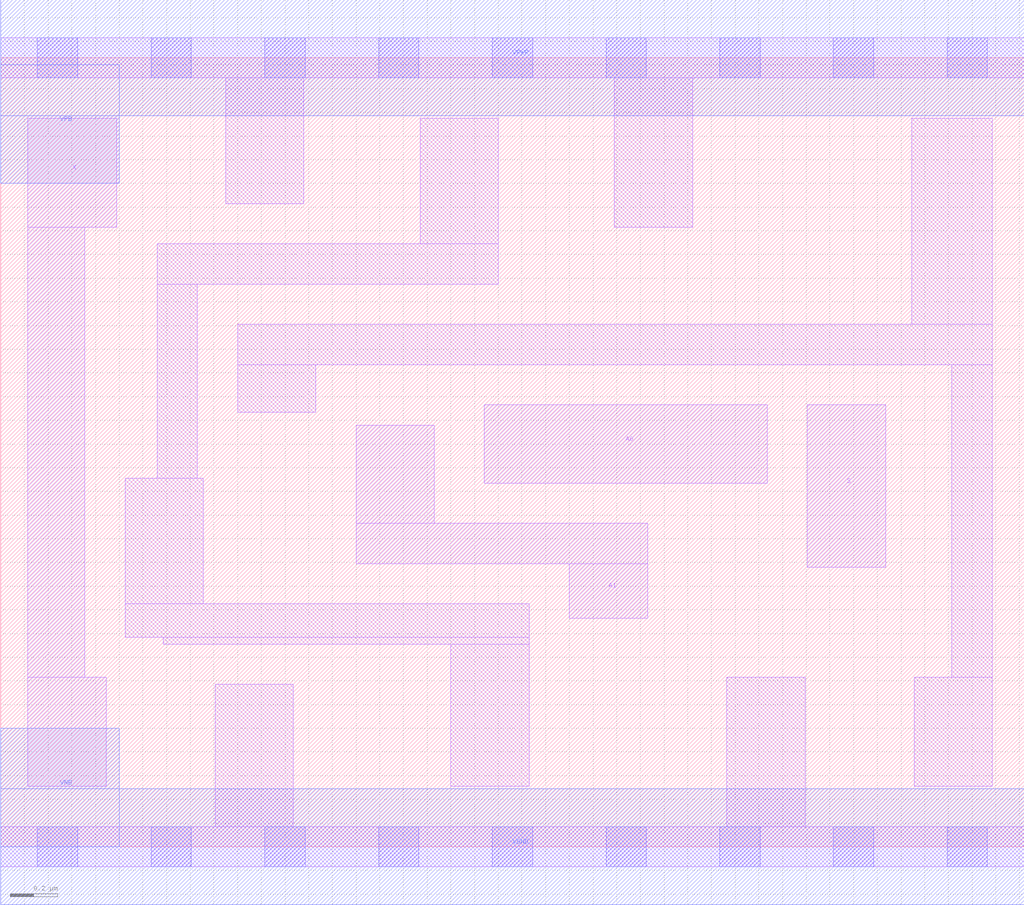
<source format=lef>
# Copyright 2020 The SkyWater PDK Authors
#
# Licensed under the Apache License, Version 2.0 (the "License");
# you may not use this file except in compliance with the License.
# You may obtain a copy of the License at
#
#     https://www.apache.org/licenses/LICENSE-2.0
#
# Unless required by applicable law or agreed to in writing, software
# distributed under the License is distributed on an "AS IS" BASIS,
# WITHOUT WARRANTIES OR CONDITIONS OF ANY KIND, either express or implied.
# See the License for the specific language governing permissions and
# limitations under the License.
#
# SPDX-License-Identifier: Apache-2.0

VERSION 5.5 ;
NAMESCASESENSITIVE ON ;
BUSBITCHARS "[]" ;
DIVIDERCHAR "/" ;
MACRO sky130_fd_sc_lp__mux2_lp
  CLASS CORE ;
  SOURCE USER ;
  ORIGIN  0.000000  0.000000 ;
  SIZE  4.320000 BY  3.330000 ;
  SYMMETRY X Y R90 ;
  SITE unit ;
  PIN A0
    ANTENNAGATEAREA  0.126000 ;
    DIRECTION INPUT ;
    USE SIGNAL ;
    PORT
      LAYER li1 ;
        RECT 2.040000 1.535000 3.235000 1.865000 ;
    END
  END A0
  PIN A1
    ANTENNAGATEAREA  0.126000 ;
    DIRECTION INPUT ;
    USE SIGNAL ;
    PORT
      LAYER li1 ;
        RECT 1.500000 1.195000 2.730000 1.365000 ;
        RECT 1.500000 1.365000 1.830000 1.780000 ;
        RECT 2.400000 0.965000 2.730000 1.195000 ;
    END
  END A1
  PIN S
    ANTENNAGATEAREA  0.378000 ;
    DIRECTION INPUT ;
    USE SIGNAL ;
    PORT
      LAYER li1 ;
        RECT 3.405000 1.180000 3.735000 1.865000 ;
    END
  END S
  PIN X
    ANTENNADIFFAREA  0.239400 ;
    DIRECTION OUTPUT ;
    USE SIGNAL ;
    PORT
      LAYER li1 ;
        RECT 0.115000 0.255000 0.445000 0.715000 ;
        RECT 0.115000 0.715000 0.355000 2.615000 ;
        RECT 0.115000 2.615000 0.490000 3.075000 ;
    END
  END X
  PIN VGND
    DIRECTION INOUT ;
    USE GROUND ;
    PORT
      LAYER met1 ;
        RECT 0.000000 -0.245000 4.320000 0.245000 ;
    END
  END VGND
  PIN VNB
    DIRECTION INOUT ;
    USE GROUND ;
    PORT
    END
  END VNB
  PIN VPB
    DIRECTION INOUT ;
    USE POWER ;
    PORT
    END
  END VPB
  PIN VNB
    DIRECTION INOUT ;
    USE GROUND ;
    PORT
      LAYER met1 ;
        RECT 0.000000 0.000000 0.500000 0.500000 ;
    END
  END VNB
  PIN VPB
    DIRECTION INOUT ;
    USE POWER ;
    PORT
      LAYER met1 ;
        RECT 0.000000 2.800000 0.500000 3.300000 ;
    END
  END VPB
  PIN VPWR
    DIRECTION INOUT ;
    USE POWER ;
    PORT
      LAYER met1 ;
        RECT 0.000000 3.085000 4.320000 3.575000 ;
    END
  END VPWR
  OBS
    LAYER li1 ;
      RECT 0.000000 -0.085000 4.320000 0.085000 ;
      RECT 0.000000  3.245000 4.320000 3.415000 ;
      RECT 0.525000  0.885000 2.230000 1.025000 ;
      RECT 0.525000  1.025000 0.855000 1.555000 ;
      RECT 0.660000  1.555000 0.830000 2.375000 ;
      RECT 0.660000  2.375000 2.100000 2.545000 ;
      RECT 0.685000  0.855000 2.230000 0.885000 ;
      RECT 0.905000  0.085000 1.235000 0.685000 ;
      RECT 0.950000  2.715000 1.280000 3.245000 ;
      RECT 1.000000  1.835000 1.330000 2.035000 ;
      RECT 1.000000  2.035000 4.185000 2.205000 ;
      RECT 1.770000  2.545000 2.100000 3.075000 ;
      RECT 1.900000  0.255000 2.230000 0.855000 ;
      RECT 2.590000  2.615000 2.920000 3.245000 ;
      RECT 3.065000  0.085000 3.395000 0.715000 ;
      RECT 3.845000  2.205000 4.185000 3.075000 ;
      RECT 3.855000  0.255000 4.185000 0.715000 ;
      RECT 4.015000  0.715000 4.185000 2.035000 ;
    LAYER mcon ;
      RECT 0.155000 -0.085000 0.325000 0.085000 ;
      RECT 0.155000  3.245000 0.325000 3.415000 ;
      RECT 0.635000 -0.085000 0.805000 0.085000 ;
      RECT 0.635000  3.245000 0.805000 3.415000 ;
      RECT 1.115000 -0.085000 1.285000 0.085000 ;
      RECT 1.115000  3.245000 1.285000 3.415000 ;
      RECT 1.595000 -0.085000 1.765000 0.085000 ;
      RECT 1.595000  3.245000 1.765000 3.415000 ;
      RECT 2.075000 -0.085000 2.245000 0.085000 ;
      RECT 2.075000  3.245000 2.245000 3.415000 ;
      RECT 2.555000 -0.085000 2.725000 0.085000 ;
      RECT 2.555000  3.245000 2.725000 3.415000 ;
      RECT 3.035000 -0.085000 3.205000 0.085000 ;
      RECT 3.035000  3.245000 3.205000 3.415000 ;
      RECT 3.515000 -0.085000 3.685000 0.085000 ;
      RECT 3.515000  3.245000 3.685000 3.415000 ;
      RECT 3.995000 -0.085000 4.165000 0.085000 ;
      RECT 3.995000  3.245000 4.165000 3.415000 ;
  END
END sky130_fd_sc_lp__mux2_lp
END LIBRARY

</source>
